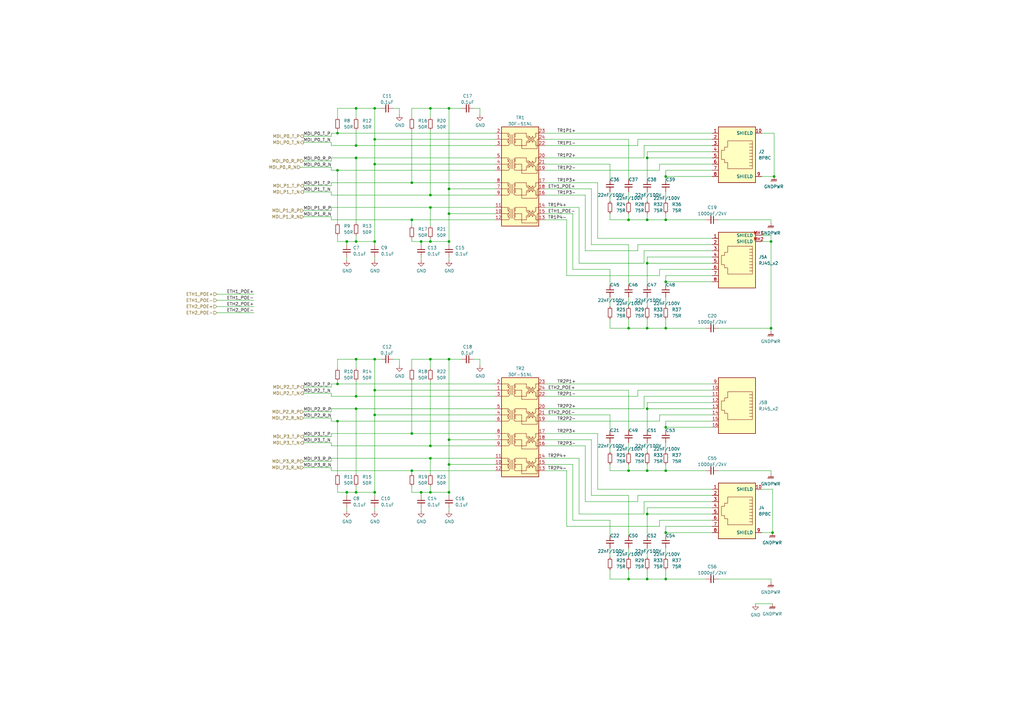
<source format=kicad_sch>
(kicad_sch (version 20230121) (generator eeschema)
  (paper "A3")
  (junction (at 316.23 134.62))
  (junction (at 153.67 99.06))
  (junction (at 138.43 54.61))
  (junction (at 153.67 44.45))
  (junction (at 168.91 90.17))
  (junction (at 138.43 172.72))
  (junction (at 257.81 193.04))
  (junction (at 273.05 90.17))
  (junction (at 265.43 64.77))
  (junction (at 138.43 69.85))
  (junction (at 146.05 64.77))
  (junction (at 176.53 182.88))
  (junction (at 257.81 237.49))
  (junction (at 257.81 134.62))
  (junction (at 316.23 99.06))
  (junction (at 257.81 90.17))
  (junction (at 146.05 147.32))
  (junction (at 273.05 237.49))
  (junction (at 317.5 72.39))
  (junction (at 146.05 59.69))
  (junction (at 273.05 175.26))
  (junction (at 176.53 201.93))
  (junction (at 265.43 193.04))
  (junction (at 316.865 218.44))
  (junction (at 184.15 190.5))
  (junction (at 146.05 162.56))
  (junction (at 176.53 85.09))
  (junction (at 265.43 107.95))
  (junction (at 142.24 201.93))
  (junction (at 153.67 67.31))
  (junction (at 184.15 147.32))
  (junction (at 273.05 193.04))
  (junction (at 142.24 99.06))
  (junction (at 184.15 77.47))
  (junction (at 184.15 87.63))
  (junction (at 176.53 44.45))
  (junction (at 273.05 115.57))
  (junction (at 273.05 72.39))
  (junction (at 184.15 44.45))
  (junction (at 176.53 99.06))
  (junction (at 176.53 80.01))
  (junction (at 265.43 237.49))
  (junction (at 153.67 57.15))
  (junction (at 184.15 180.34))
  (junction (at 138.43 157.48))
  (junction (at 176.53 147.32))
  (junction (at 146.05 44.45))
  (junction (at 153.67 170.18))
  (junction (at 153.67 147.32))
  (junction (at 146.05 167.64))
  (junction (at 146.05 201.93))
  (junction (at 184.15 201.93))
  (junction (at 273.05 218.44))
  (junction (at 176.53 187.96))
  (junction (at 153.67 201.93))
  (junction (at 172.72 99.06))
  (junction (at 168.91 193.04))
  (junction (at 265.43 134.62))
  (junction (at 168.91 74.93))
  (junction (at 153.67 160.02))
  (junction (at 265.43 167.64))
  (junction (at 273.05 134.62))
  (junction (at 146.05 99.06))
  (junction (at 265.43 90.17))
  (junction (at 168.91 177.8))
  (junction (at 172.72 201.93))
  (junction (at 265.43 210.82))
  (junction (at 184.15 99.06))
  (wire (pts (xy 265.43 62.23) (xy 265.43 64.77)))
  (wire (pts (xy 153.67 201.93) (xy 153.67 170.18)))
  (wire (pts (xy 153.67 44.45) (xy 153.67 57.15)))
  (wire (pts (xy 176.53 187.96) (xy 203.2 187.96)))
  (wire (pts (xy 124.46 171.45) (xy 135.89 171.45)))
  (wire (pts (xy 168.91 90.17) (xy 168.91 92.71)))
  (wire (pts (xy 317.5 54.61) (xy 317.5 72.39)))
  (wire (pts (xy 292.1 208.28) (xy 265.43 208.28)))
  (wire (pts (xy 176.53 44.45) (xy 184.15 44.45)))
  (wire (pts (xy 273.05 69.85) (xy 273.05 72.39)))
  (wire (pts (xy 135.89 177.8) (xy 135.89 179.07)))
  (wire (pts (xy 250.19 134.62) (xy 250.19 130.81)))
  (wire (pts (xy 273.05 175.26) (xy 292.1 175.26)))
  (wire (pts (xy 250.19 181.61) (xy 250.19 185.42)))
  (wire (pts (xy 261.62 100.33) (xy 261.62 102.87)))
  (wire (pts (xy 223.52 157.48) (xy 292.1 157.48)))
  (wire (pts (xy 135.89 193.04) (xy 168.91 193.04)))
  (wire (pts (xy 292.1 100.33) (xy 261.62 100.33)))
  (wire (pts (xy 142.24 201.93) (xy 146.05 201.93)))
  (wire (pts (xy 176.53 97.79) (xy 176.53 99.06)))
  (wire (pts (xy 138.43 201.93) (xy 142.24 201.93)))
  (wire (pts (xy 292.1 59.69) (xy 264.16 59.69)))
  (wire (pts (xy 265.43 64.77) (xy 292.1 64.77)))
  (wire (pts (xy 270.51 213.36) (xy 270.51 215.9)))
  (wire (pts (xy 138.43 172.72) (xy 138.43 194.31)))
  (wire (pts (xy 309.88 247.65) (xy 316.865 247.65)))
  (wire (pts (xy 273.05 113.03) (xy 273.05 115.57)))
  (wire (pts (xy 234.95 190.5) (xy 234.95 213.36)))
  (wire (pts (xy 273.05 87.63) (xy 273.05 90.17)))
  (wire (pts (xy 312.42 54.61) (xy 317.5 54.61)))
  (wire (pts (xy 250.19 237.49) (xy 250.19 233.68)))
  (wire (pts (xy 88.9 123.19) (xy 104.14 123.19)))
  (wire (pts (xy 135.89 74.93) (xy 135.89 76.2)))
  (wire (pts (xy 316.23 90.17) (xy 294.64 90.17)))
  (wire (pts (xy 138.43 99.06) (xy 142.24 99.06)))
  (wire (pts (xy 184.15 147.32) (xy 176.53 147.32)))
  (wire (pts (xy 88.9 128.27) (xy 104.14 128.27)))
  (wire (pts (xy 289.56 193.04) (xy 273.05 193.04)))
  (wire (pts (xy 316.23 90.17) (xy 316.23 91.44)))
  (wire (pts (xy 135.89 74.93) (xy 168.91 74.93)))
  (wire (pts (xy 163.83 44.45) (xy 161.29 44.45)))
  (wire (pts (xy 184.15 190.5) (xy 203.2 190.5)))
  (wire (pts (xy 124.46 76.2) (xy 135.89 76.2)))
  (wire (pts (xy 316.865 218.44) (xy 312.42 218.44)))
  (wire (pts (xy 261.62 160.02) (xy 261.62 162.56)))
  (wire (pts (xy 223.52 80.01) (xy 240.03 80.01)))
  (wire (pts (xy 124.46 168.91) (xy 135.89 168.91)))
  (wire (pts (xy 261.62 203.2) (xy 261.62 205.74)))
  (wire (pts (xy 223.52 87.63) (xy 234.95 87.63)))
  (wire (pts (xy 265.43 210.82) (xy 265.43 219.71)))
  (wire (pts (xy 265.43 193.04) (xy 257.81 193.04)))
  (wire (pts (xy 124.46 161.29) (xy 135.89 161.29)))
  (wire (pts (xy 265.43 107.95) (xy 292.1 107.95)))
  (wire (pts (xy 135.89 167.64) (xy 146.05 167.64)))
  (wire (pts (xy 242.57 180.34) (xy 242.57 203.2)))
  (wire (pts (xy 250.19 213.36) (xy 250.19 219.71)))
  (wire (pts (xy 135.89 78.74) (xy 135.89 80.01)))
  (wire (pts (xy 273.05 175.26) (xy 273.05 176.53)))
  (wire (pts (xy 257.81 130.81) (xy 257.81 134.62)))
  (wire (pts (xy 142.24 201.93) (xy 142.24 203.2)))
  (wire (pts (xy 146.05 147.32) (xy 146.05 151.13)))
  (wire (pts (xy 257.81 100.33) (xy 257.81 116.84)))
  (wire (pts (xy 270.51 67.31) (xy 270.51 69.85)))
  (wire (pts (xy 237.49 187.96) (xy 237.49 210.82)))
  (wire (pts (xy 292.1 205.74) (xy 264.16 205.74)))
  (wire (pts (xy 250.19 90.17) (xy 250.19 87.63)))
  (wire (pts (xy 176.53 187.96) (xy 176.53 194.31)))
  (wire (pts (xy 242.57 203.2) (xy 257.81 203.2)))
  (wire (pts (xy 153.67 160.02) (xy 203.2 160.02)))
  (wire (pts (xy 250.19 78.74) (xy 250.19 82.55)))
  (wire (pts (xy 124.46 191.77) (xy 135.89 191.77)))
  (wire (pts (xy 168.91 193.04) (xy 168.91 194.31)))
  (wire (pts (xy 124.46 58.42) (xy 135.89 58.42)))
  (wire (pts (xy 250.19 121.92) (xy 250.19 125.73)))
  (wire (pts (xy 135.89 64.77) (xy 146.05 64.77)))
  (wire (pts (xy 172.72 201.93) (xy 176.53 201.93)))
  (wire (pts (xy 135.89 64.77) (xy 135.89 66.04)))
  (wire (pts (xy 257.81 87.63) (xy 257.81 90.17)))
  (wire (pts (xy 168.91 156.21) (xy 168.91 177.8)))
  (wire (pts (xy 153.67 170.18) (xy 203.2 170.18)))
  (wire (pts (xy 265.43 64.77) (xy 265.43 73.66)))
  (wire (pts (xy 138.43 157.48) (xy 135.89 157.48)))
  (wire (pts (xy 138.43 199.39) (xy 138.43 201.93)))
  (wire (pts (xy 138.43 151.13) (xy 138.43 147.32)))
  (wire (pts (xy 153.67 105.41) (xy 153.67 106.68)))
  (wire (pts (xy 138.43 96.52) (xy 138.43 99.06)))
  (wire (pts (xy 265.43 237.49) (xy 257.81 237.49)))
  (wire (pts (xy 265.43 121.92) (xy 265.43 125.73)))
  (wire (pts (xy 232.41 113.03) (xy 270.51 113.03)))
  (wire (pts (xy 184.15 77.47) (xy 184.15 87.63)))
  (wire (pts (xy 146.05 162.56) (xy 135.89 162.56)))
  (wire (pts (xy 289.56 134.62) (xy 273.05 134.62)))
  (wire (pts (xy 153.67 170.18) (xy 153.67 160.02)))
  (wire (pts (xy 265.43 224.79) (xy 265.43 228.6)))
  (wire (pts (xy 135.89 68.58) (xy 135.89 69.85)))
  (wire (pts (xy 257.81 203.2) (xy 257.81 219.71)))
  (wire (pts (xy 168.91 74.93) (xy 203.2 74.93)))
  (wire (pts (xy 292.1 162.56) (xy 264.16 162.56)))
  (wire (pts (xy 176.53 44.45) (xy 168.91 44.45)))
  (wire (pts (xy 184.15 87.63) (xy 203.2 87.63)))
  (wire (pts (xy 168.91 193.04) (xy 203.2 193.04)))
  (wire (pts (xy 240.03 80.01) (xy 240.03 102.87)))
  (wire (pts (xy 223.52 193.04) (xy 232.41 193.04)))
  (wire (pts (xy 232.41 193.04) (xy 232.41 215.9)))
  (wire (pts (xy 223.52 54.61) (xy 292.1 54.61)))
  (wire (pts (xy 265.43 167.64) (xy 292.1 167.64)))
  (wire (pts (xy 184.15 77.47) (xy 203.2 77.47)))
  (wire (pts (xy 172.72 105.41) (xy 172.72 106.68)))
  (wire (pts (xy 245.11 200.66) (xy 292.1 200.66)))
  (wire (pts (xy 146.05 167.64) (xy 203.2 167.64)))
  (wire (pts (xy 146.05 201.93) (xy 153.67 201.93)))
  (wire (pts (xy 142.24 99.06) (xy 146.05 99.06)))
  (wire (pts (xy 270.51 110.49) (xy 270.51 113.03)))
  (wire (pts (xy 168.91 147.32) (xy 168.91 151.13)))
  (wire (pts (xy 142.24 208.28) (xy 142.24 209.55)))
  (wire (pts (xy 261.62 102.87) (xy 240.03 102.87)))
  (wire (pts (xy 223.52 187.96) (xy 237.49 187.96)))
  (wire (pts (xy 316.23 237.49) (xy 294.64 237.49)))
  (wire (pts (xy 172.72 208.28) (xy 172.72 209.55)))
  (wire (pts (xy 292.1 113.03) (xy 273.05 113.03)))
  (wire (pts (xy 135.89 80.01) (xy 176.53 80.01)))
  (wire (pts (xy 176.53 201.93) (xy 184.15 201.93)))
  (wire (pts (xy 184.15 147.32) (xy 184.15 180.34)))
  (wire (pts (xy 257.81 90.17) (xy 250.19 90.17)))
  (wire (pts (xy 135.89 54.61) (xy 135.89 55.88)))
  (wire (pts (xy 273.05 115.57) (xy 292.1 115.57)))
  (wire (pts (xy 292.1 110.49) (xy 270.51 110.49)))
  (wire (pts (xy 138.43 48.26) (xy 138.43 44.45)))
  (wire (pts (xy 135.89 187.96) (xy 135.89 189.23)))
  (wire (pts (xy 163.83 46.99) (xy 163.83 44.45)))
  (wire (pts (xy 135.89 172.72) (xy 135.89 171.45)))
  (wire (pts (xy 292.1 172.72) (xy 273.05 172.72)))
  (wire (pts (xy 265.43 134.62) (xy 257.81 134.62)))
  (wire (pts (xy 168.91 90.17) (xy 203.2 90.17)))
  (wire (pts (xy 316.23 134.62) (xy 316.23 135.89)))
  (wire (pts (xy 273.05 181.61) (xy 273.05 185.42)))
  (wire (pts (xy 223.52 90.17) (xy 232.41 90.17)))
  (wire (pts (xy 142.24 99.06) (xy 142.24 100.33)))
  (wire (pts (xy 250.19 224.79) (xy 250.19 228.6)))
  (wire (pts (xy 135.89 85.09) (xy 176.53 85.09)))
  (wire (pts (xy 184.15 190.5) (xy 184.15 201.93)))
  (wire (pts (xy 223.52 180.34) (xy 242.57 180.34)))
  (wire (pts (xy 176.53 80.01) (xy 203.2 80.01)))
  (wire (pts (xy 237.49 85.09) (xy 237.49 107.95)))
  (wire (pts (xy 146.05 59.69) (xy 135.89 59.69)))
  (wire (pts (xy 223.52 59.69) (xy 261.62 59.69)))
  (wire (pts (xy 234.95 213.36) (xy 250.19 213.36)))
  (wire (pts (xy 146.05 64.77) (xy 203.2 64.77)))
  (wire (pts (xy 265.43 233.68) (xy 265.43 237.49)))
  (wire (pts (xy 265.43 190.5) (xy 265.43 193.04)))
  (wire (pts (xy 172.72 201.93) (xy 172.72 203.2)))
  (wire (pts (xy 273.05 172.72) (xy 273.05 175.26)))
  (wire (pts (xy 163.83 149.86) (xy 163.83 147.32)))
  (wire (pts (xy 264.16 167.64) (xy 223.52 167.64)))
  (wire (pts (xy 257.81 224.79) (xy 257.81 228.6)))
  (wire (pts (xy 223.52 190.5) (xy 234.95 190.5)))
  (wire (pts (xy 184.15 87.63) (xy 184.15 99.06)))
  (wire (pts (xy 124.46 88.9) (xy 135.89 88.9)))
  (wire (pts (xy 172.72 99.06) (xy 172.72 100.33)))
  (wire (pts (xy 138.43 54.61) (xy 135.89 54.61)))
  (wire (pts (xy 292.1 57.15) (xy 261.62 57.15)))
  (wire (pts (xy 146.05 167.64) (xy 146.05 194.31)))
  (wire (pts (xy 316.23 193.04) (xy 316.23 194.31)))
  (wire (pts (xy 135.89 85.09) (xy 135.89 86.36)))
  (wire (pts (xy 203.2 157.48) (xy 138.43 157.48)))
  (wire (pts (xy 176.53 182.88) (xy 203.2 182.88)))
  (wire (pts (xy 265.43 167.64) (xy 265.43 176.53)))
  (wire (pts (xy 184.15 208.28) (xy 184.15 209.55)))
  (wire (pts (xy 223.52 85.09) (xy 237.49 85.09)))
  (wire (pts (xy 273.05 130.81) (xy 273.05 134.62)))
  (wire (pts (xy 292.1 69.85) (xy 273.05 69.85)))
  (wire (pts (xy 265.43 210.82) (xy 292.1 210.82)))
  (wire (pts (xy 138.43 53.34) (xy 138.43 54.61)))
  (wire (pts (xy 273.05 121.92) (xy 273.05 125.73)))
  (wire (pts (xy 146.05 99.06) (xy 153.67 99.06)))
  (wire (pts (xy 292.1 170.18) (xy 270.51 170.18)))
  (wire (pts (xy 153.67 57.15) (xy 203.2 57.15)))
  (wire (pts (xy 172.72 99.06) (xy 176.53 99.06)))
  (wire (pts (xy 223.52 64.77) (xy 264.16 64.77)))
  (wire (pts (xy 265.43 130.81) (xy 265.43 134.62)))
  (wire (pts (xy 223.52 182.88) (xy 240.03 182.88)))
  (wire (pts (xy 223.52 77.47) (xy 242.57 77.47)))
  (wire (pts (xy 273.05 72.39) (xy 292.1 72.39)))
  (wire (pts (xy 184.15 44.45) (xy 189.23 44.45)))
  (wire (pts (xy 135.89 182.88) (xy 135.89 181.61)))
  (wire (pts (xy 153.67 147.32) (xy 156.21 147.32)))
  (wire (pts (xy 168.91 201.93) (xy 172.72 201.93)))
  (wire (pts (xy 138.43 172.72) (xy 203.2 172.72)))
  (wire (pts (xy 316.23 193.04) (xy 294.64 193.04)))
  (wire (pts (xy 265.43 165.1) (xy 265.43 167.64)))
  (wire (pts (xy 138.43 44.45) (xy 146.05 44.45)))
  (wire (pts (xy 264.16 107.95) (xy 237.49 107.95)))
  (wire (pts (xy 232.41 215.9) (xy 270.51 215.9)))
  (wire (pts (xy 292.1 102.87) (xy 264.16 102.87)))
  (wire (pts (xy 146.05 156.21) (xy 146.05 162.56)))
  (wire (pts (xy 232.41 90.17) (xy 232.41 113.03)))
  (wire (pts (xy 142.24 105.41) (xy 142.24 106.68)))
  (wire (pts (xy 196.85 44.45) (xy 194.31 44.45)))
  (wire (pts (xy 250.19 170.18) (xy 250.19 176.53)))
  (wire (pts (xy 242.57 77.47) (xy 242.57 100.33)))
  (wire (pts (xy 168.91 44.45) (xy 168.91 48.26)))
  (wire (pts (xy 176.53 44.45) (xy 176.53 48.26)))
  (wire (pts (xy 264.16 210.82) (xy 237.49 210.82)))
  (wire (pts (xy 184.15 180.34) (xy 203.2 180.34)))
  (wire (pts (xy 316.865 200.66) (xy 316.865 218.44)))
  (wire (pts (xy 250.19 67.31) (xy 250.19 73.66)))
  (wire (pts (xy 196.85 147.32) (xy 194.31 147.32)))
  (wire (pts (xy 176.53 147.32) (xy 176.53 151.13)))
  (wire (pts (xy 257.81 193.04) (xy 250.19 193.04)))
  (wire (pts (xy 273.05 218.44) (xy 292.1 218.44)))
  (wire (pts (xy 176.53 53.34) (xy 176.53 80.01)))
  (wire (pts (xy 146.05 53.34) (xy 146.05 59.69)))
  (wire (pts (xy 163.83 147.32) (xy 161.29 147.32)))
  (wire (pts (xy 146.05 44.45) (xy 146.05 48.26)))
  (wire (pts (xy 273.05 233.68) (xy 273.05 237.49)))
  (wire (pts (xy 203.2 59.69) (xy 146.05 59.69)))
  (wire (pts (xy 184.15 180.34) (xy 184.15 190.5)))
  (wire (pts (xy 273.05 134.62) (xy 265.43 134.62)))
  (wire (pts (xy 223.52 67.31) (xy 250.19 67.31)))
  (wire (pts (xy 316.23 237.49) (xy 316.23 238.76)))
  (wire (pts (xy 292.1 213.36) (xy 270.51 213.36)))
  (wire (pts (xy 257.81 121.92) (xy 257.81 125.73)))
  (wire (pts (xy 184.15 99.06) (xy 184.15 100.33)))
  (wire (pts (xy 242.57 100.33) (xy 257.81 100.33)))
  (wire (pts (xy 257.81 160.02) (xy 257.81 176.53)))
  (wire (pts (xy 135.89 90.17) (xy 168.91 90.17)))
  (wire (pts (xy 289.56 90.17) (xy 273.05 90.17)))
  (wire (pts (xy 292.1 105.41) (xy 265.43 105.41)))
  (wire (pts (xy 273.05 193.04) (xy 265.43 193.04)))
  (wire (pts (xy 138.43 156.21) (xy 138.43 157.48)))
  (wire (pts (xy 273.05 215.9) (xy 273.05 218.44)))
  (wire (pts (xy 176.53 147.32) (xy 168.91 147.32)))
  (wire (pts (xy 261.62 205.74) (xy 240.03 205.74)))
  (wire (pts (xy 292.1 203.2) (xy 261.62 203.2)))
  (wire (pts (xy 257.81 181.61) (xy 257.81 185.42)))
  (wire (pts (xy 153.67 44.45) (xy 156.21 44.45)))
  (wire (pts (xy 135.89 162.56) (xy 135.89 161.29)))
  (wire (pts (xy 264.16 102.87) (xy 264.16 107.95)))
  (wire (pts (xy 124.46 179.07) (xy 135.89 179.07)))
  (wire (pts (xy 184.15 105.41) (xy 184.15 106.68)))
  (wire (pts (xy 265.43 107.95) (xy 265.43 116.84)))
  (wire (pts (xy 146.05 64.77) (xy 146.05 91.44)))
  (wire (pts (xy 124.46 78.74) (xy 135.89 78.74)))
  (wire (pts (xy 261.62 57.15) (xy 261.62 59.69)))
  (wire (pts (xy 257.81 233.68) (xy 257.81 237.49)))
  (wire (pts (xy 146.05 147.32) (xy 153.67 147.32)))
  (wire (pts (xy 135.89 193.04) (xy 135.89 191.77)))
  (wire (pts (xy 292.1 215.9) (xy 273.05 215.9)))
  (wire (pts (xy 168.91 199.39) (xy 168.91 201.93)))
  (wire (pts (xy 123.19 68.58) (xy 135.89 68.58)))
  (wire (pts (xy 176.53 199.39) (xy 176.53 201.93)))
  (wire (pts (xy 273.05 72.39) (xy 273.05 73.66)))
  (wire (pts (xy 168.91 177.8) (xy 203.2 177.8)))
  (wire (pts (xy 124.46 86.36) (xy 135.89 86.36)))
  (wire (pts (xy 153.67 99.06) (xy 153.67 100.33)))
  (wire (pts (xy 153.67 67.31) (xy 203.2 67.31)))
  (wire (pts (xy 265.43 181.61) (xy 265.43 185.42)))
  (wire (pts (xy 292.1 165.1) (xy 265.43 165.1)))
  (wire (pts (xy 203.2 54.61) (xy 138.43 54.61)))
  (wire (pts (xy 317.5 72.39) (xy 312.42 72.39)))
  (wire (pts (xy 135.89 167.64) (xy 135.89 168.91)))
  (wire (pts (xy 273.05 115.57) (xy 273.05 116.84)))
  (wire (pts (xy 168.91 99.06) (xy 172.72 99.06)))
  (wire (pts (xy 264.16 162.56) (xy 264.16 167.64)))
  (wire (pts (xy 153.67 67.31) (xy 153.67 57.15)))
  (wire (pts (xy 184.15 44.45) (xy 184.15 77.47)))
  (wire (pts (xy 245.11 97.79) (xy 292.1 97.79)))
  (wire (pts (xy 292.1 160.02) (xy 261.62 160.02)))
  (wire (pts (xy 138.43 69.85) (xy 138.43 91.44)))
  (wire (pts (xy 184.15 201.93) (xy 184.15 203.2)))
  (wire (pts (xy 138.43 147.32) (xy 146.05 147.32)))
  (wire (pts (xy 135.89 187.96) (xy 176.53 187.96)))
  (wire (pts (xy 273.05 78.74) (xy 273.05 82.55)))
  (wire (pts (xy 135.89 177.8) (xy 168.91 177.8)))
  (wire (pts (xy 234.95 87.63) (xy 234.95 110.49)))
  (wire (pts (xy 265.43 105.41) (xy 265.43 107.95)))
  (wire (pts (xy 176.53 156.21) (xy 176.53 182.88)))
  (wire (pts (xy 312.42 200.66) (xy 316.865 200.66)))
  (wire (pts (xy 176.53 99.06) (xy 184.15 99.06)))
  (wire (pts (xy 223.52 170.18) (xy 250.19 170.18)))
  (wire (pts (xy 273.05 237.49) (xy 265.43 237.49)))
  (wire (pts (xy 88.9 125.73) (xy 104.14 125.73)))
  (wire (pts (xy 273.05 218.44) (xy 273.05 219.71)))
  (wire (pts (xy 153.67 99.06) (xy 153.67 67.31)))
  (wire (pts (xy 273.05 224.79) (xy 273.05 228.6)))
  (wire (pts (xy 265.43 87.63) (xy 265.43 90.17)))
  (wire (pts (xy 316.23 96.52) (xy 316.23 99.06)))
  (wire (pts (xy 153.67 201.93) (xy 153.67 203.2)))
  (wire (pts (xy 245.11 74.93) (xy 245.11 97.79)))
  (wire (pts (xy 135.89 182.88) (xy 176.53 182.88)))
  (wire (pts (xy 273.05 90.17) (xy 265.43 90.17)))
  (wire (pts (xy 234.95 110.49) (xy 250.19 110.49)))
  (wire (pts (xy 124.46 55.88) (xy 135.89 55.88)))
  (wire (pts (xy 176.53 85.09) (xy 203.2 85.09)))
  (wire (pts (xy 289.56 237.49) (xy 273.05 237.49)))
  (wire (pts (xy 196.85 46.99) (xy 196.85 44.45)))
  (wire (pts (xy 124.46 158.75) (xy 135.89 158.75)))
  (wire (pts (xy 270.51 170.18) (xy 270.51 172.72)))
  (wire (pts (xy 146.05 96.52) (xy 146.05 99.06)))
  (wire (pts (xy 176.53 85.09) (xy 176.53 92.71)))
  (wire (pts (xy 261.62 162.56) (xy 223.52 162.56)))
  (wire (pts (xy 135.89 172.72) (xy 138.43 172.72)))
  (wire (pts (xy 273.05 190.5) (xy 273.05 193.04)))
  (wire (pts (xy 312.42 96.52) (xy 316.23 96.52)))
  (wire (pts (xy 316.23 99.06) (xy 316.23 134.62)))
  (wire (pts (xy 257.81 78.74) (xy 257.81 82.55)))
  (wire (pts (xy 292.1 62.23) (xy 265.43 62.23)))
  (wire (pts (xy 312.42 99.06) (xy 316.23 99.06)))
  (wire (pts (xy 146.05 44.45) (xy 153.67 44.45)))
  (wire (pts (xy 203.2 162.56) (xy 146.05 162.56)))
  (wire (pts (xy 196.85 149.86) (xy 196.85 147.32)))
  (wire (pts (xy 250.19 110.49) (xy 250.19 116.84)))
  (wire (pts (xy 223.52 160.02) (xy 257.81 160.02)))
  (wire (pts (xy 138.43 69.85) (xy 203.2 69.85)))
  (wire (pts (xy 257.81 57.15) (xy 257.81 73.66)))
  (wire (pts (xy 135.89 90.17) (xy 135.89 88.9)))
  (wire (pts (xy 264.16 205.74) (xy 264.16 210.82)))
  (wire (pts (xy 135.89 157.48) (xy 135.89 158.75)))
  (wire (pts (xy 168.91 53.34) (xy 168.91 74.93)))
  (wire (pts (xy 168.91 97.79) (xy 168.91 99.06)))
  (wire (pts (xy 265.43 208.28) (xy 265.43 210.82)))
  (wire (pts (xy 223.52 172.72) (xy 270.51 172.72)))
  (wire (pts (xy 245.11 177.8) (xy 245.11 200.66)))
  (wire (pts (xy 189.23 147.32) (xy 184.15 147.32)))
  (wire (pts (xy 153.67 147.32) (xy 153.67 160.02)))
  (wire (pts (xy 265.43 78.74) (xy 265.43 82.55)))
  (wire (pts (xy 257.81 134.62) (xy 250.19 134.62)))
  (wire (pts (xy 257.81 190.5) (xy 257.81 193.04)))
  (wire (pts (xy 223.52 177.8) (xy 245.11 177.8)))
  (wire (pts (xy 265.43 90.17) (xy 257.81 90.17)))
  (wire (pts (xy 316.23 134.62) (xy 294.64 134.62)))
  (wire (pts (xy 292.1 67.31) (xy 270.51 67.31)))
  (wire (pts (xy 264.16 59.69) (xy 264.16 64.77)))
  (wire (pts (xy 88.9 120.65) (xy 104.14 120.65)))
  (wire (pts (xy 153.67 208.28) (xy 153.67 209.55)))
  (wire (pts (xy 146.05 199.39) (xy 146.05 201.93)))
  (wire (pts (xy 124.46 66.04) (xy 135.89 66.04)))
  (wire (pts (xy 257.81 237.49) (xy 250.19 237.49)))
  (wire (pts (xy 124.46 181.61) (xy 135.89 181.61)))
  (wire (pts (xy 135.89 59.69) (xy 135.89 58.42)))
  (wire (pts (xy 250.19 193.04) (xy 250.19 190.5)))
  (wire (pts (xy 223.52 74.93) (xy 245.11 74.93)))
  (wire (pts (xy 135.89 69.85) (xy 138.43 69.85)))
  (wire (pts (xy 124.46 189.23) (xy 135.89 189.23)))
  (wire (pts (xy 223.52 57.15) (xy 257.81 57.15)))
  (wire (pts (xy 240.03 182.88) (xy 240.03 205.74)))
  (wire (pts (xy 223.52 69.85) (xy 270.51 69.85)))
  (label "TR1P2+" (at 236.22 64.77 180))
  (label "TR2P3-" (at 236.22 182.88 180))
  (label "TR1P1-" (at 236.22 59.69 180))
  (label "MDI_P1_R_N" (at 124.46 88.9 0))
  (label "ETH1_POE-" (at 224.79 87.63 0))
  (label "ETH2_POE+" (at 104.14 125.73 180))
  (label "MDI_P0_T_N" (at 124.46 58.42 0))
  (label "MDI_P2_R_N" (at 124.46 171.45 0))
  (label "ETH1_POE+" (at 104.14 120.65 180))
  (label "ETH2_POE-" (at 224.79 170.18 0))
  (label "MDI_P3_R_P" (at 124.46 189.23 0))
  (label "TR1P4+" (at 232.41 85.09 180))
  (label "ETH1_POE+" (at 224.79 77.47 0))
  (label "ETH1_POE-" (at 104.14 123.19 180))
  (label "MDI_P0_T_P" (at 124.46 55.88 0))
  (label "TR1P4-" (at 232.41 90.17 180))
  (label "MDI_P3_T_N" (at 124.46 181.61 0))
  (label "TR1P3-" (at 236.22 80.01 180))
  (label "MDI_P1_T_P" (at 124.46 76.2 0))
  (label "MDI_P3_R_N" (at 124.46 191.77 0))
  (label "ETH2_POE+" (at 224.79 160.02 0))
  (label "MDI_P2_R_P" (at 124.46 168.91 0))
  (label "MDI_P0_R_P" (at 124.46 66.04 0))
  (label "TR2P4+" (at 232.41 187.96 180))
  (label "ETH2_POE-" (at 104.14 128.27 180))
  (label "MDI_P1_T_N" (at 124.46 78.74 0))
  (label "TR1P2-" (at 236.22 69.85 180))
  (label "MDI_P2_T_N" (at 124.46 161.29 0))
  (label "MDI_P3_T_P" (at 124.46 179.07 0))
  (label "TR2P2-" (at 236.22 172.72 180))
  (label "TR2P2+" (at 236.22 167.64 180))
  (label "MDI_P0_R_N" (at 124.46 68.58 0))
  (label "TR2P1-" (at 236.22 162.56 180))
  (label "TR2P1+" (at 236.22 157.48 180))
  (label "MDI_P1_R_P" (at 124.46 86.36 0))
  (label "TR2P4-" (at 232.41 193.04 180))
  (label "TR1P3+" (at 236.22 74.93 180))
  (label "MDI_P2_T_P" (at 124.46 158.75 0))
  (label "TR1P1+" (at 236.22 54.61 180))
  (label "TR2P3+" (at 236.22 177.8 180))
  (hierarchical_label "MDI_P0_T_P" (shape output) (at 124.46 55.88 180))
  (hierarchical_label "MDI_P3_T_P" (shape output) (at 124.46 179.07 180))
  (hierarchical_label "MDI_P1_T_N" (shape output) (at 124.46 78.74 180))
  (hierarchical_label "MDI_P2_T_N" (shape output) (at 124.46 161.29 180))
  (hierarchical_label "MDI_P2_R_P" (shape input) (at 124.46 168.91 180))
  (hierarchical_label "MDI_P0_T_N" (shape output) (at 124.46 58.42 180))
  (hierarchical_label "MDI_P2_T_P" (shape output) (at 124.46 158.75 180))
  (hierarchical_label "MDI_P2_R_N" (shape input) (at 124.46 171.45 180))
  (hierarchical_label "MDI_P3_T_N" (shape output) (at 124.46 181.61 180))
  (hierarchical_label "ETH2_POE-" (shape input) (at 88.9 128.27 180))
  (hierarchical_label "ETH1_POE+" (shape input) (at 88.9 120.65 180))
  (hierarchical_label "MDI_P0_R_P" (shape input) (at 124.46 66.04 180))
  (hierarchical_label "MDI_P3_R_N" (shape input) (at 124.46 191.77 180))
  (hierarchical_label "MDI_P1_R_N" (shape input) (at 124.46 88.9 180))
  (hierarchical_label "MDI_P0_R_N" (shape input) (at 123.19 68.58 180))
  (hierarchical_label "MDI_P3_R_P" (shape input) (at 124.46 189.23 180))
  (hierarchical_label "ETH1_POE-" (shape input) (at 88.9 123.19 180))
  (hierarchical_label "MDI_P1_R_P" (shape input) (at 124.46 86.36 180))
  (hierarchical_label "ETH2_POE+" (shape input) (at 88.9 125.73 180))
  (hierarchical_label "MDI_P1_T_P" (shape output) (at 124.46 76.2 180))
  (symbol (lib_id "Device:R_Small") (at 168.91 153.67 0) (unit 1)
    (property "Reference" "R18" (at 171.45 152.3999 0) (effects (justify left)))
    (property "Value" "50R" (at 171.45 154.9399 0) (effects (justify left)))
    (property "Footprint" "Resistor_SMD:R_0402_1005Metric" (effects hide))
  )
  (symbol (lib_id "Device:C_Small") (at 191.77 147.32 270) (unit 1)
    (property "Reference" "C18" (at 191.7636 142.24 90))
    (property "Value" "0.1uF" (at 191.7636 144.78 90))
    (property "Footprint" "Capacitor_SMD:C_0402_1005Metric" (effects hide))
  )
  (symbol (lib_id "power:GND") (at 142.24 209.55 0) (unit 1)
    (property "Reference" "#PWR021" (effects hide))
    (property "Value" "GND" (at 142.367 213.9442 0))
  )
  (symbol (lib_id "Transformer:30F-51NL") (at 213.36 175.26 0) (unit 1)
    (property "Reference" "TR2" (at 213.36 151.13 0))
    (property "Value" "30F-51NL" (at 213.36 153.67 0))
    (property "Footprint" "Transformer_SMD:Transformer_Ethernet_YDS_30F-51NL_SO-24_7.1x15.1mm" (effects hide))
    (property "Datasheet" "https://datasheet.lcsc.com/lcsc/1811051610_Shanghai-YDS-Tech-30F-51NL_C123168.pdf" (effects hide))
  )
  (symbol (lib_id "Device:C_Small") (at 257.81 222.25 0) (unit 1)
    (property "Reference" "C50" (at 257.81 219.71 0) (effects (justify left)))
    (property "Value" "22nF/100V" (at 252.73 227.33 0) (effects (justify left)))
    (property "Footprint" "Capacitor_SMD:C_0603_1608Metric" (effects hide))
    (instances (project "nervosinho_rev2.4" (path "" (reference "C50") (unit 1)) (path "" (reference "C39") (unit 1))))
  )
  (symbol (lib_id "Device:R_Small") (at 265.43 128.27 0) (unit 1)
    (property "Reference" "R33" (at 267.97 126.9999 0) (effects (justify left)))
    (property "Value" "75R" (at 267.97 129.5399 0) (effects (justify left)))
    (property "Footprint" "Resistor_SMD:R_0402_1005Metric" (effects hide))
  )
  (symbol (lib_id "Device:R_Small") (at 273.05 85.09 0) (unit 1)
    (property "Reference" "R36" (at 275.59 83.8199 0) (effects (justify left)))
    (property "Value" "75R" (at 275.59 86.3599 0) (effects (justify left)))
    (property "Footprint" "Resistor_SMD:R_0402_1005Metric" (effects hide))
  )
  (symbol (lib_id "power:GND") (at 184.15 106.68 0) (unit 1)
    (property "Reference" "#PWR0120" (effects hide))
    (property "Value" "GND" (at 184.277 111.0742 0))
    (instances (project "nervosinho_rev2.4" (path "" (reference "#PWR0120") (unit 1)) (path "" (reference "#PWR036") (unit 1))))
  )
  (symbol (lib_id "power:GNDPWR") (at 316.865 247.65 0) (unit 1)
    (property "Reference" "#PWR0132" (effects hide))
    (property "Value" "GNDPWR" (at 316.738 251.8061 0))
    (instances (project "nervosinho_rev2.4" (path "" (reference "#PWR0132") (unit 1)) (path "" (reference "#PWR047") (unit 1))))
  )
  (symbol (lib_id "Device:C_Small") (at 265.43 119.38 0) (unit 1)
    (property "Reference" "C47" (at 265.43 116.84 0) (effects (justify left)))
    (property "Value" "22nF/100V" (at 260.35 123.19 0) (effects (justify left)))
    (property "Footprint" "Capacitor_SMD:C_0603_1608Metric" (effects hide))
    (instances (project "nervosinho_rev2.4" (path "" (reference "C47") (unit 1)) (path "" (reference "C46") (unit 1))))
  )
  (symbol (lib_id "power:GNDPWR") (at 316.865 218.44 0) (unit 1)
    (property "Reference" "#PWR0123" (effects hide))
    (property "Value" "GNDPWR" (at 316.738 222.5961 0))
    (instances (project "nervosinho_rev2.4" (path "" (reference "#PWR0123") (unit 1)) (path "" (reference "#PWR062") (unit 1))))
  )
  (symbol (lib_id "Device:R_Small") (at 273.05 187.96 0) (unit 1)
    (property "Reference" "R37" (at 275.59 186.6899 0) (effects (justify left)))
    (property "Value" "75R" (at 275.59 189.2299 0) (effects (justify left)))
    (property "Footprint" "Resistor_SMD:R_0402_1005Metric" (effects hide))
    (instances (project "nervosinho_rev2.4" (path "" (reference "R37") (unit 1)) (path "" (reference "R31") (unit 1))))
  )
  (symbol (lib_id "Device:R_Small") (at 250.19 85.09 0) (unit 1)
    (property "Reference" "R24" (at 252.73 83.8199 0) (effects (justify left)))
    (property "Value" "75R" (at 252.73 86.3599 0) (effects (justify left)))
    (property "Footprint" "Resistor_SMD:R_0402_1005Metric" (effects hide))
  )
  (symbol (lib_id "Device:R_Small") (at 146.05 153.67 0) (unit 1)
    (property "Reference" "R14" (at 148.59 152.3999 0) (effects (justify left)))
    (property "Value" "50R" (at 148.59 154.9399 0) (effects (justify left)))
    (property "Footprint" "Resistor_SMD:R_0402_1005Metric" (effects hide))
  )
  (symbol (lib_id "power:GND") (at 172.72 209.55 0) (unit 1)
    (property "Reference" "#PWR024" (effects hide))
    (property "Value" "GND" (at 172.847 213.9442 0))
    (instances (project "nervosinho_rev2.4" (path "" (reference "#PWR024") (unit 1)) (path "" (reference "#PWR035") (unit 1))))
  )
  (symbol (lib_id "Device:R_Small") (at 176.53 196.85 0) (unit 1)
    (property "Reference" "R23" (at 179.07 195.5799 0) (effects (justify left)))
    (property "Value" "50R" (at 179.07 198.1199 0) (effects (justify left)))
    (property "Footprint" "Resistor_SMD:R_0402_1005Metric" (effects hide))
  )
  (symbol (lib_id "power:GND") (at 196.85 149.86 0) (unit 1)
    (property "Reference" "#PWR034" (effects hide))
    (property "Value" "GND" (at 196.977 154.2542 0))
    (instances (project "nervosinho_rev2.4" (path "" (reference "#PWR034") (unit 1)) (path "" (reference "#PWR041") (unit 1))))
  )
  (symbol (lib_id "Device:R_Small") (at 138.43 196.85 0) (unit 1)
    (property "Reference" "R11" (at 140.97 195.5799 0) (effects (justify left)))
    (property "Value" "50R" (at 140.97 198.1199 0) (effects (justify left)))
    (property "Footprint" "Resistor_SMD:R_0402_1005Metric" (effects hide))
  )
  (symbol (lib_id "power:GNDPWR") (at 316.23 194.31 0) (unit 1)
    (property "Reference" "#PWR035" (effects hide))
    (property "Value" "GNDPWR" (at 316.103 198.4661 0))
    (instances (project "nervosinho_rev2.4" (path "" (reference "#PWR035") (unit 1)) (path "" (reference "#PWR045") (unit 1))))
  )
  (symbol (lib_id "Device:R_Small") (at 257.81 231.14 0) (unit 1)
    (property "Reference" "R29" (at 260.35 229.8699 0) (effects (justify left)))
    (property "Value" "75R" (at 260.35 232.4099 0) (effects (justify left)))
    (property "Footprint" "Resistor_SMD:R_0402_1005Metric" (effects hide))
    (instances (project "nervosinho_rev2.4" (path "" (reference "R29") (unit 1)) (path "" (reference "R35") (unit 1))))
  )
  (symbol (lib_name "RJ45_x2_1") (lib_id "gabriel:RJ45_x2") (at 302.26 105.41 180) (unit 1)
    (property "Reference" "J5" (at 311.15 105.41 0) (effects (justify right)))
    (property "Value" "RJ45_x2" (at 311.15 107.95 0) (effects (justify right)))
    (property "Footprint" "Gabriel:HC-RJ45-5JA-2-4" (effects hide))
    (instances (project "nervosinho_rev2.4" (path "" (reference "J5") (unit 1)) (path "" (reference "J3") (unit 1))))
  )
  (symbol (lib_id "Device:R_Small") (at 257.81 128.27 0) (unit 1)
    (property "Reference" "R29" (at 260.35 126.9999 0) (effects (justify left)))
    (property "Value" "75R" (at 260.35 129.5399 0) (effects (justify left)))
    (property "Footprint" "Resistor_SMD:R_0402_1005Metric" (effects hide))
  )
  (symbol (lib_id "Device:C_Small") (at 273.05 179.07 0) (unit 1)
    (property "Reference" "C53" (at 273.05 176.53 0) (effects (justify left)))
    (property "Value" "22nF/100V" (at 267.97 184.15 0) (effects (justify left)))
    (property "Footprint" "Capacitor_SMD:C_0603_1608Metric" (effects hide))
    (instances (project "nervosinho_rev2.4" (path "" (reference "C53") (unit 1)) (path "" (reference "C51") (unit 1))))
  )
  (symbol (lib_id "Connector:8P8C") (at 302.26 208.28 180) (unit 1)
    (property "Reference" "J4" (at 311.15 208.28 0) (effects (justify right)))
    (property "Value" "8P8C" (at 311.15 210.82 0) (effects (justify right)))
    (property "Footprint" "Connector_RJ:HC-RJ45-5JA-1-4" (effects hide))
  )
  (symbol (lib_id "Transformer:30F-51NL") (at 213.36 72.39 0) (unit 1)
    (property "Reference" "TR1" (at 213.36 48.26 0))
    (property "Value" "30F-51NL" (at 213.36 50.8 0))
    (property "Footprint" "Transformer_SMD:Transformer_Ethernet_YDS_30F-51NL_SO-24_7.1x15.1mm" (effects hide))
    (property "Datasheet" "https://datasheet.lcsc.com/lcsc/1811051610_Shanghai-YDS-Tech-30F-51NL_C123168.pdf" (effects hide))
  )
  (symbol (lib_id "Device:R_Small") (at 176.53 95.25 0) (unit 1)
    (property "Reference" "R21" (at 179.07 93.9799 0) (effects (justify left)))
    (property "Value" "50R" (at 179.07 96.5199 0) (effects (justify left)))
    (property "Footprint" "Resistor_SMD:R_0402_1005Metric" (effects hide))
  )
  (symbol (lib_id "Device:C_Small") (at 158.75 44.45 270) (unit 1)
    (property "Reference" "C11" (at 158.7436 39.37 90))
    (property "Value" "0.1uF" (at 158.7436 41.91 90))
    (property "Footprint" "Capacitor_SMD:C_0402_1005Metric" (effects hide))
  )
  (symbol (lib_id "Device:C_Small") (at 184.15 205.74 0) (unit 1)
    (property "Reference" "C16" (at 186.69 204.4762 0) (effects (justify left)))
    (property "Value" "0.1uF" (at 186.69 207.0162 0) (effects (justify left)))
    (property "Footprint" "Capacitor_SMD:C_0402_1005Metric" (effects hide))
  )
  (symbol (lib_id "Device:C_Small") (at 250.19 222.25 0) (unit 1)
    (property "Reference" "C22" (at 250.19 219.71 0) (effects (justify left)))
    (property "Value" "22nF/100V" (at 245.11 226.06 0) (effects (justify left)))
    (property "Footprint" "Capacitor_SMD:C_0603_1608Metric" (effects hide))
  )
  (symbol (lib_id "Device:R_Small") (at 168.91 95.25 0) (unit 1)
    (property "Reference" "R17" (at 171.45 93.9799 0) (effects (justify left)))
    (property "Value" "50R" (at 171.45 96.5199 0) (effects (justify left)))
    (property "Footprint" "Resistor_SMD:R_0402_1005Metric" (effects hide))
  )
  (symbol (lib_id "gabriel:RJ45_x2") (at 302.26 165.1 180) (unit 2)
    (property "Reference" "J5" (at 311.15 165.1 0) (effects (justify right)))
    (property "Value" "RJ45_x2" (at 311.15 167.64 0) (effects (justify right)))
    (property "Footprint" "Gabriel:HC-RJ45-5JA-2-4" (effects hide))
    (instances (project "nervosinho_rev2.4" (path "" (reference "J5") (unit 2)) (path "" (reference "J3") (unit 2))))
  )
  (symbol (lib_id "Device:C_Small") (at 250.19 76.2 0) (unit 1)
    (property "Reference" "C36" (at 250.19 73.66 0) (effects (justify left)))
    (property "Value" "22nF/100V" (at 245.11 80.01 0) (effects (justify left)))
    (property "Footprint" "Capacitor_SMD:C_0603_1608Metric" (effects hide))
    (instances (project "nervosinho_rev2.4" (path "" (reference "C36") (unit 1)) (path "" (reference "C19") (unit 1))))
  )
  (symbol (lib_id "power:GNDPWR") (at 316.23 135.89 0) (unit 1)
    (property "Reference" "#PWR0126" (effects hide))
    (property "Value" "GNDPWR" (at 316.103 140.0461 0))
    (instances (project "nervosinho_rev2.4" (path "" (reference "#PWR0126") (unit 1)) (path "" (reference "#PWR044") (unit 1))))
  )
  (symbol (lib_id "Device:R_Small") (at 168.91 196.85 0) (unit 1)
    (property "Reference" "R19" (at 171.45 195.5799 0) (effects (justify left)))
    (property "Value" "50R" (at 171.45 198.1199 0) (effects (justify left)))
    (property "Footprint" "Resistor_SMD:R_0402_1005Metric" (effects hide))
  )
  (symbol (lib_id "Device:C_Small") (at 265.43 179.07 0) (unit 1)
    (property "Reference" "C51" (at 265.43 176.53 0) (effects (justify left)))
    (property "Value" "22nF/100V" (at 260.35 182.88 0) (effects (justify left)))
    (property "Footprint" "Capacitor_SMD:C_0603_1608Metric" (effects hide))
    (instances (project "nervosinho_rev2.4" (path "" (reference "C51") (unit 1)) (path "" (reference "C47") (unit 1))))
  )
  (symbol (lib_id "Device:R_Small") (at 257.81 85.09 0) (unit 1)
    (property "Reference" "R28" (at 260.35 83.8199 0) (effects (justify left)))
    (property "Value" "75R" (at 260.35 86.3599 0) (effects (justify left)))
    (property "Footprint" "Resistor_SMD:R_0402_1005Metric" (effects hide))
  )
  (symbol (lib_id "power:GND") (at 163.83 46.99 0) (unit 1)
    (property "Reference" "#PWR0113" (effects hide))
    (property "Value" "GND" (at 163.957 51.3842 0))
    (instances (project "nervosinho_rev2.4" (path "" (reference "#PWR0113") (unit 1)) (path "" (reference "#PWR024") (unit 1))))
  )
  (symbol (lib_id "Device:R_Small") (at 257.81 187.96 0) (unit 1)
    (property "Reference" "R29" (at 260.35 186.6899 0) (effects (justify left)))
    (property "Value" "75R" (at 260.35 189.2299 0) (effects (justify left)))
    (property "Footprint" "Resistor_SMD:R_0402_1005Metric" (effects hide))
    (instances (project "nervosinho_rev2.4" (path "" (reference "R29") (unit 1)) (path "" (reference "R27") (unit 1))))
  )
  (symbol (lib_id "Device:R_Small") (at 265.43 85.09 0) (unit 1)
    (property "Reference" "R32" (at 267.97 83.8199 0) (effects (justify left)))
    (property "Value" "75R" (at 267.97 86.3599 0) (effects (justify left)))
    (property "Footprint" "Resistor_SMD:R_0402_1005Metric" (effects hide))
  )
  (symbol (lib_id "Device:R_Small") (at 273.05 231.14 0) (unit 1)
    (property "Reference" "R37" (at 275.59 229.8699 0) (effects (justify left)))
    (property "Value" "75R" (at 275.59 232.4099 0) (effects (justify left)))
    (property "Footprint" "Resistor_SMD:R_0402_1005Metric" (effects hide))
    (instances (project "nervosinho_rev2.4" (path "" (reference "R37") (unit 1)) (path "" (reference "R39") (unit 1))))
  )
  (symbol (lib_name "8P8C_1") (lib_id "Connector:8P8C") (at 302.26 62.23 180) (unit 1)
    (property "Reference" "J2" (at 311.15 62.23 0) (effects (justify right)))
    (property "Value" "8P8C" (at 311.15 64.77 0) (effects (justify right)))
    (property "Footprint" "Connector_RJ:HC-RJ45-5JA-1-4" (effects hide))
  )
  (symbol (lib_id "power:GND") (at 196.85 46.99 0) (unit 1)
    (property "Reference" "#PWR0115" (effects hide))
    (property "Value" "GND" (at 196.977 51.3842 0))
    (instances (project "nervosinho_rev2.4" (path "" (reference "#PWR0115") (unit 1)) (path "" (reference "#PWR040") (unit 1))))
  )
  (symbol (lib_id "Device:C_Small") (at 292.1 90.17 270) (unit 1)
    (property "Reference" "C19" (at 292.0936 85.09 90))
    (property "Value" "1000pF/2kV" (at 292.0936 87.63 90))
    (property "Footprint" "Capacitor_SMD:C_1206_3216Metric" (effects hide))
    (instances (project "nervosinho_rev2.4" (path "" (reference "C19") (unit 1)) (path "" (reference "C53") (unit 1))))
  )
  (symbol (lib_id "Device:R_Small") (at 265.43 231.14 0) (unit 1)
    (property "Reference" "R33" (at 267.97 229.8699 0) (effects (justify left)))
    (property "Value" "75R" (at 267.97 232.4099 0) (effects (justify left)))
    (property "Footprint" "Resistor_SMD:R_0402_1005Metric" (effects hide))
    (instances (project "nervosinho_rev2.4" (path "" (reference "R33") (unit 1)) (path "" (reference "R38") (unit 1))))
  )
  (symbol (lib_id "Device:R_Small") (at 146.05 196.85 0) (unit 1)
    (property "Reference" "R15" (at 148.59 195.5799 0) (effects (justify left)))
    (property "Value" "50R" (at 148.59 198.1199 0) (effects (justify left)))
    (property "Footprint" "Resistor_SMD:R_0402_1005Metric" (effects hide))
  )
  (symbol (lib_id "Device:C_Small") (at 273.05 222.25 0) (unit 1)
    (property "Reference" "C54" (at 273.05 219.71 0) (effects (justify left)))
    (property "Value" "22nF/100V" (at 267.97 227.33 0) (effects (justify left)))
    (property "Footprint" "Capacitor_SMD:C_0603_1608Metric" (effects hide))
    (instances (project "nervosinho_rev2.4" (path "" (reference "C54") (unit 1)) (path "" (reference "C52") (unit 1))))
  )
  (symbol (lib_id "Device:R_Small") (at 138.43 153.67 0) (unit 1)
    (property "Reference" "R10" (at 140.97 152.3999 0) (effects (justify left)))
    (property "Value" "50R" (at 140.97 154.9399 0) (effects (justify left)))
    (property "Footprint" "Resistor_SMD:R_0402_1005Metric" (effects hide))
  )
  (symbol (lib_id "Device:C_Small") (at 273.05 119.38 0) (unit 1)
    (property "Reference" "C48" (at 273.05 116.84 0) (effects (justify left)))
    (property "Value" "22nF/100V" (at 267.97 124.46 0) (effects (justify left)))
    (property "Footprint" "Capacitor_SMD:C_0603_1608Metric" (effects hide))
    (instances (project "nervosinho_rev2.4" (path "" (reference "C48") (unit 1)) (path "" (reference "C50") (unit 1))))
  )
  (symbol (lib_id "Device:R_Small") (at 146.05 93.98 0) (unit 1)
    (property "Reference" "R13" (at 148.59 92.7099 0) (effects (justify left)))
    (property "Value" "50R" (at 148.59 95.2499 0) (effects (justify left)))
    (property "Footprint" "Resistor_SMD:R_0402_1005Metric" (effects hide))
  )
  (symbol (lib_id "Device:R_Small") (at 138.43 93.98 0) (unit 1)
    (property "Reference" "R9" (at 140.97 92.7099 0) (effects (justify left)))
    (property "Value" "50R" (at 140.97 95.2499 0) (effects (justify left)))
    (property "Footprint" "Resistor_SMD:R_0402_1005Metric" (effects hide))
  )
  (symbol (lib_id "Device:R_Small") (at 250.19 187.96 0) (unit 1)
    (property "Reference" "R25" (at 252.73 186.6899 0) (effects (justify left)))
    (property "Value" "75R" (at 252.73 189.2299 0) (effects (justify left)))
    (property "Footprint" "Resistor_SMD:R_0402_1005Metric" (effects hide))
    (instances (project "nervosinho_rev2.4" (path "" (reference "R25") (unit 1)) (path "" (reference "R26") (unit 1))))
  )
  (symbol (lib_id "Device:R_Small") (at 265.43 187.96 0) (unit 1)
    (property "Reference" "R33" (at 267.97 186.6899 0) (effects (justify left)))
    (property "Value" "75R" (at 267.97 189.2299 0) (effects (justify left)))
    (property "Footprint" "Resistor_SMD:R_0402_1005Metric" (effects hide))
    (instances (project "nervosinho_rev2.4" (path "" (reference "R33") (unit 1)) (path "" (reference "R30") (unit 1))))
  )
  (symbol (lib_id "Device:C_Small") (at 257.81 76.2 0) (unit 1)
    (property "Reference" "C37" (at 257.81 73.66 0) (effects (justify left)))
    (property "Value" "22nF/100V" (at 252.73 81.28 0) (effects (justify left)))
    (property "Footprint" "Capacitor_SMD:C_0603_1608Metric" (effects hide))
    (instances (project "nervosinho_rev2.4" (path "" (reference "C37") (unit 1)) (path "" (reference "C36") (unit 1))))
  )
  (symbol (lib_id "Device:C_Small") (at 153.67 205.74 0) (unit 1)
    (property "Reference" "C10" (at 156.21 204.4762 0) (effects (justify left)))
    (property "Value" "0.1uF" (at 156.21 207.0162 0) (effects (justify left)))
    (property "Footprint" "Capacitor_SMD:C_0402_1005Metric" (effects hide))
  )
  (symbol (lib_id "Device:R_Small") (at 250.19 231.14 0) (unit 1)
    (property "Reference" "R25" (at 252.73 229.8699 0) (effects (justify left)))
    (property "Value" "75R" (at 252.73 232.4099 0) (effects (justify left)))
    (property "Footprint" "Resistor_SMD:R_0402_1005Metric" (effects hide))
    (instances (project "nervosinho_rev2.4" (path "" (reference "R25") (unit 1)) (path "" (reference "R34") (unit 1))))
  )
  (symbol (lib_id "Device:C_Small") (at 265.43 76.2 0) (unit 1)
    (property "Reference" "C38" (at 265.43 73.66 0) (effects (justify left)))
    (property "Value" "22nF/100V" (at 260.35 80.01 0) (effects (justify left)))
    (property "Footprint" "Capacitor_SMD:C_0603_1608Metric" (effects hide))
    (instances (project "nervosinho_rev2.4" (path "" (reference "C38") (unit 1)) (path "" (reference "C45") (unit 1))))
  )
  (symbol (lib_id "Device:C_Small") (at 265.43 222.25 0) (unit 1)
    (property "Reference" "C52" (at 265.43 219.71 0) (effects (justify left)))
    (property "Value" "22nF/100V" (at 260.35 226.06 0) (effects (justify left)))
    (property "Footprint" "Capacitor_SMD:C_0603_1608Metric" (effects hide))
    (instances (project "nervosinho_rev2.4" (path "" (reference "C52") (unit 1)) (path "" (reference "C48") (unit 1))))
  )
  (symbol (lib_id "power:GND") (at 184.15 209.55 0) (unit 1)
    (property "Reference" "#PWR033" (effects hide))
    (property "Value" "GND" (at 184.277 213.9442 0))
    (instances (project "nervosinho_rev2.4" (path "" (reference "#PWR033") (unit 1)) (path "" (reference "#PWR039") (unit 1))))
  )
  (symbol (lib_id "Device:R_Small") (at 250.19 128.27 0) (unit 1)
    (property "Reference" "R25" (at 252.73 126.9999 0) (effects (justify left)))
    (property "Value" "75R" (at 252.73 129.5399 0) (effects (justify left)))
    (property "Footprint" "Resistor_SMD:R_0402_1005Metric" (effects hide))
  )
  (symbol (lib_id "power:GND") (at 142.24 106.68 0) (unit 1)
    (property "Reference" "#PWR0111" (effects hide))
    (property "Value" "GND" (at 142.367 111.0742 0))
    (instances (project "nervosinho_rev2.4" (path "" (reference "#PWR0111") (unit 1)) (path "" (reference "#PWR018") (unit 1))))
  )
  (symbol (lib_id "power:GND") (at 153.67 209.55 0) (unit 1)
    (property "Reference" "#PWR022" (effects hide))
    (property "Value" "GND" (at 153.797 213.9442 0))
    (instances (project "nervosinho_rev2.4" (path "" (reference "#PWR022") (unit 1)) (path "" (reference "#PWR023") (unit 1))))
  )
  (symbol (lib_id "Device:C_Small") (at 158.75 147.32 270) (unit 1)
    (property "Reference" "C12" (at 158.7436 142.24 90))
    (property "Value" "0.1uF" (at 158.7436 144.78 90))
    (property "Footprint" "Capacitor_SMD:C_0402_1005Metric" (effects hide))
  )
  (symbol (lib_id "Device:C_Small") (at 257.81 119.38 0) (unit 1)
    (property "Reference" "C46" (at 257.81 116.84 0) (effects (justify left)))
    (property "Value" "22nF/100V" (at 252.73 124.46 0) (effects (justify left)))
    (property "Footprint" "Capacitor_SMD:C_0603_1608Metric" (effects hide))
    (instances (project "nervosinho_rev2.4" (path "" (reference "C46") (unit 1)) (path "" (reference "C37") (unit 1))))
  )
  (symbol (lib_id "power:GNDPWR") (at 317.5 72.39 0) (unit 1)
    (property "Reference" "#PWR0123" (effects hide))
    (property "Value" "GNDPWR" (at 317.373 76.5461 0))
    (instances (project "nervosinho_rev2.4" (path "" (reference "#PWR0123") (unit 1)) (path "" (reference "#PWR061") (unit 1))))
  )
  (symbol (lib_id "Device:C_Small") (at 292.1 193.04 270) (unit 1)
    (property "Reference" "C55" (at 292.0936 187.96 90))
    (property "Value" "1000pF/2kV" (at 292.0936 190.5 90))
    (property "Footprint" "Capacitor_SMD:C_1206_3216Metric" (effects hide))
  )
  (symbol (lib_id "Device:C_Small") (at 153.67 102.87 0) (unit 1)
    (property "Reference" "C9" (at 156.21 101.6062 0) (effects (justify left)))
    (property "Value" "0.1uF" (at 156.21 104.1462 0) (effects (justify left)))
    (property "Footprint" "Capacitor_SMD:C_0402_1005Metric" (effects hide))
  )
  (symbol (lib_id "power:GND") (at 163.83 149.86 0) (unit 1)
    (property "Reference" "#PWR023" (effects hide))
    (property "Value" "GND" (at 163.957 154.2542 0))
    (instances (project "nervosinho_rev2.4" (path "" (reference "#PWR023") (unit 1)) (path "" (reference "#PWR033") (unit 1))))
  )
  (symbol (lib_id "Device:C_Small") (at 142.24 205.74 0) (unit 1)
    (property "Reference" "C8" (at 144.78 204.4762 0) (effects (justify left)))
    (property "Value" "0.1uF" (at 144.78 207.0162 0) (effects (justify left)))
    (property "Footprint" "Capacitor_SMD:C_0402_1005Metric" (effects hide))
  )
  (symbol (lib_id "Device:C_Small") (at 250.19 179.07 0) (unit 1)
    (property "Reference" "C21" (at 250.19 176.53 0) (effects (justify left)))
    (property "Value" "22nF/100V" (at 245.11 182.88 0) (effects (justify left)))
    (property "Footprint" "Capacitor_SMD:C_0603_1608Metric" (effects hide))
  )
  (symbol (lib_id "Device:R_Small") (at 176.53 153.67 0) (unit 1)
    (property "Reference" "R22" (at 179.07 152.3999 0) (effects (justify left)))
    (property "Value" "50R" (at 179.07 154.9399 0) (effects (justify left)))
    (property "Footprint" "Resistor_SMD:R_0402_1005Metric" (effects hide))
  )
  (symbol (lib_id "Device:R_Small") (at 273.05 128.27 0) (unit 1)
    (property "Reference" "R37" (at 275.59 126.9999 0) (effects (justify left)))
    (property "Value" "75R" (at 275.59 129.5399 0) (effects (justify left)))
    (property "Footprint" "Resistor_SMD:R_0402_1005Metric" (effects hide))
  )
  (symbol (lib_id "power:GND") (at 153.67 106.68 0) (unit 1)
    (property "Reference" "#PWR0112" (effects hide))
    (property "Value" "GND" (at 153.797 111.0742 0))
    (instances (project "nervosinho_rev2.4" (path "" (reference "#PWR0112") (unit 1)) (path "" (reference "#PWR022") (unit 1))))
  )
  (symbol (lib_id "Device:R_Small") (at 168.91 50.8 0) (unit 1)
    (property "Reference" "R16" (at 171.45 49.5299 0) (effects (justify left)))
    (property "Value" "50R" (at 171.45 52.0699 0) (effects (justify left)))
    (property "Footprint" "Resistor_SMD:R_0402_1005Metric" (effects hide))
  )
  (symbol (lib_id "Device:C_Small") (at 184.15 102.87 0) (unit 1)
    (property "Reference" "C15" (at 186.69 101.6062 0) (effects (justify left)))
    (property "Value" "0.1uF" (at 186.69 104.1462 0) (effects (justify left)))
    (property "Footprint" "Capacitor_SMD:C_0402_1005Metric" (effects hide))
  )
  (symbol (lib_id "Device:C_Small") (at 257.81 179.07 0) (unit 1)
    (property "Reference" "C49" (at 257.81 176.53 0) (effects (justify left)))
    (property "Value" "22nF/100V" (at 252.73 184.15 0) (effects (justify left)))
    (property "Footprint" "Capacitor_SMD:C_0603_1608Metric" (effects hide))
    (instances (project "nervosinho_rev2.4" (path "" (reference "C49") (unit 1)) (path "" (reference "C38") (unit 1))))
  )
  (symbol (lib_id "Device:C_Small") (at 250.19 119.38 0) (unit 1)
    (property "Reference" "C45" (at 250.19 116.84 0) (effects (justify left)))
    (property "Value" "22nF/100V" (at 245.11 123.19 0) (effects (justify left)))
    (property "Footprint" "Capacitor_SMD:C_0603_1608Metric" (effects hide))
    (instances (project "nervosinho_rev2.4" (path "" (reference "C45") (unit 1)) (path "" (reference "C20") (unit 1))))
  )
  (symbol (lib_id "power:GNDPWR") (at 316.23 238.76 0) (unit 1)
    (property "Reference" "#PWR036" (effects hide))
    (property "Value" "GNDPWR" (at 316.103 242.9161 0))
    (instances (project "nervosinho_rev2.4" (path "" (reference "#PWR036") (unit 1)) (path "" (reference "#PWR046") (unit 1))))
  )
  (symbol (lib_id "Device:R_Small") (at 176.53 50.8 0) (unit 1)
    (property "Reference" "R20" (at 179.07 49.5299 0) (effects (justify left)))
    (property "Value" "50R" (at 179.07 52.0699 0) (effects (justify left)))
    (property "Footprint" "Resistor_SMD:R_0402_1005Metric" (effects hide))
  )
  (symbol (lib_id "Device:C_Small") (at 273.05 76.2 0) (unit 1)
    (property "Reference" "C39" (at 273.05 73.66 0) (effects (justify left)))
    (property "Value" "22nF/100V" (at 267.97 81.28 0) (effects (justify left)))
    (property "Footprint" "Capacitor_SMD:C_0603_1608Metric" (effects hide))
    (instances (project "nervosinho_rev2.4" (path "" (reference "C39") (unit 1)) (path "" (reference "C49") (unit 1))))
  )
  (symbol (lib_id "Device:R_Small") (at 138.43 50.8 0) (unit 1)
    (property "Reference" "R8" (at 140.97 49.5299 0) (effects (justify left)))
    (property "Value" "50R" (at 140.97 52.0699 0) (effects (justify left)))
    (property "Footprint" "Resistor_SMD:R_0402_1005Metric" (effects hide))
  )
  (symbol (lib_id "Device:C_Small") (at 142.24 102.87 0) (unit 1)
    (property "Reference" "C7" (at 144.78 101.6062 0) (effects (justify left)))
    (property "Value" "0.1uF" (at 144.78 104.1462 0) (effects (justify left)))
    (property "Footprint" "Capacitor_SMD:C_0402_1005Metric" (effects hide))
  )
  (symbol (lib_id "Device:C_Small") (at 191.77 44.45 270) (unit 1)
    (property "Reference" "C17" (at 191.7636 39.37 90))
    (property "Value" "0.1uF" (at 191.7636 41.91 90))
    (property "Footprint" "Capacitor_SMD:C_0402_1005Metric" (effects hide))
  )
  (symbol (lib_id "Device:C_Small") (at 292.1 237.49 270) (unit 1)
    (property "Reference" "C56" (at 292.0936 232.41 90))
    (property "Value" "1000pF/2kV" (at 292.0936 234.95 90))
    (property "Footprint" "Capacitor_SMD:C_1206_3216Metric" (effects hide))
  )
  (symbol (lib_id "Device:C_Small") (at 172.72 102.87 0) (unit 1)
    (property "Reference" "C13" (at 175.26 101.6062 0) (effects (justify left)))
    (property "Value" "0.1uF" (at 175.26 104.1462 0) (effects (justify left)))
    (property "Footprint" "Capacitor_SMD:C_0402_1005Metric" (effects hide))
  )
  (symbol (lib_id "power:GND") (at 172.72 106.68 0) (unit 1)
    (property "Reference" "#PWR0122" (effects hide))
    (property "Value" "GND" (at 172.847 111.0742 0))
    (instances (project "nervosinho_rev2.4" (path "" (reference "#PWR0122") (unit 1)) (path "" (reference "#PWR034") (unit 1))))
  )
  (symbol (lib_id "Device:C_Small") (at 172.72 205.74 0) (unit 1)
    (property "Reference" "C14" (at 175.26 204.4762 0) (effects (justify left)))
    (property "Value" "0.1uF" (at 175.26 207.0162 0) (effects (justify left)))
    (property "Footprint" "Capacitor_SMD:C_0402_1005Metric" (effects hide))
  )
  (symbol (lib_id "power:GND") (at 309.88 247.65 0) (unit 1)
    (property "Reference" "#PWR0131" (effects hide))
    (property "Value" "GND" (at 309.88 252.2125 0))
    (instances (project "nervosinho_rev2.4" (path "" (reference "#PWR0131") (unit 1)) (path "" (reference "#PWR042") (unit 1))))
  )
  (symbol (lib_id "power:GNDPWR") (at 316.23 91.44 0) (unit 1)
    (property "Reference" "#PWR0123" (effects hide))
    (property "Value" "GNDPWR" (at 316.103 95.5961 0))
    (instances (project "nervosinho_rev2.4" (path "" (reference "#PWR0123") (unit 1)) (path "" (reference "#PWR043") (unit 1))))
  )
  (symbol (lib_id "Device:C_Small") (at 292.1 134.62 270) (unit 1)
    (property "Reference" "C20" (at 292.0936 129.54 90))
    (property "Value" "1000pF/2kV" (at 292.0936 132.08 90))
    (property "Footprint" "Capacitor_SMD:C_1206_3216Metric" (effects hide))
    (instances (project "nervosinho_rev2.4" (path "" (reference "C20") (unit 1)) (path "" (reference "C54") (unit 1))))
  )
  (symbol (lib_id "Device:R_Small") (at 146.05 50.8 0) (unit 1)
    (property "Reference" "R12" (at 148.59 49.5299 0) (effects (justify left)))
    (property "Value" "50R" (at 148.59 52.0699 0) (effects (justify left)))
    (property "Footprint" "Resistor_SMD:R_0402_1005Metric" (effects hide))
  )
)
</source>
